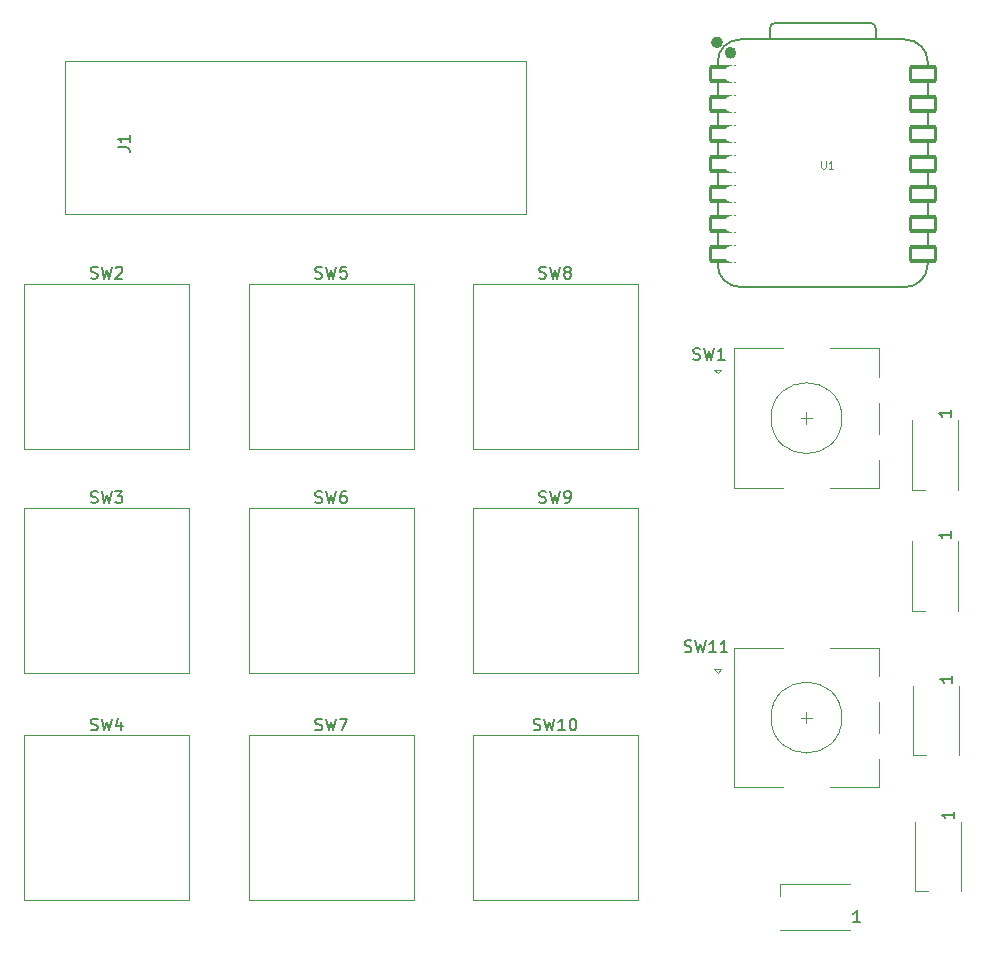
<source format=gbr>
%TF.GenerationSoftware,KiCad,Pcbnew,8.0.6*%
%TF.CreationDate,2026-01-30T19:09:08+01:00*%
%TF.ProjectId,keyboard,6b657962-6f61-4726-942e-6b696361645f,rev?*%
%TF.SameCoordinates,Original*%
%TF.FileFunction,Legend,Top*%
%TF.FilePolarity,Positive*%
%FSLAX46Y46*%
G04 Gerber Fmt 4.6, Leading zero omitted, Abs format (unit mm)*
G04 Created by KiCad (PCBNEW 8.0.6) date 2026-01-30 19:09:08*
%MOMM*%
%LPD*%
G01*
G04 APERTURE LIST*
G04 Aperture macros list*
%AMRoundRect*
0 Rectangle with rounded corners*
0 $1 Rounding radius*
0 $2 $3 $4 $5 $6 $7 $8 $9 X,Y pos of 4 corners*
0 Add a 4 corners polygon primitive as box body*
4,1,4,$2,$3,$4,$5,$6,$7,$8,$9,$2,$3,0*
0 Add four circle primitives for the rounded corners*
1,1,$1+$1,$2,$3*
1,1,$1+$1,$4,$5*
1,1,$1+$1,$6,$7*
1,1,$1+$1,$8,$9*
0 Add four rect primitives between the rounded corners*
20,1,$1+$1,$2,$3,$4,$5,0*
20,1,$1+$1,$4,$5,$6,$7,0*
20,1,$1+$1,$6,$7,$8,$9,0*
20,1,$1+$1,$8,$9,$2,$3,0*%
G04 Aperture macros list end*
%ADD10C,0.150000*%
%ADD11C,0.101600*%
%ADD12C,0.100000*%
%ADD13C,0.127000*%
%ADD14C,0.504000*%
%ADD15C,0.120000*%
%ADD16O,1.700000X1.700000*%
%ADD17R,1.700000X1.700000*%
%ADD18RoundRect,0.152400X1.063600X0.609600X-1.063600X0.609600X-1.063600X-0.609600X1.063600X-0.609600X0*%
%ADD19C,1.524000*%
%ADD20RoundRect,0.152400X-1.063600X-0.609600X1.063600X-0.609600X1.063600X0.609600X-1.063600X0.609600X0*%
%ADD21R,2.000000X2.000000*%
%ADD22C,2.000000*%
%ADD23R,3.200000X2.000000*%
%ADD24C,1.700000*%
%ADD25C,4.000000*%
%ADD26C,2.200000*%
%ADD27R,1.600000X0.850000*%
%ADD28R,0.850000X1.600000*%
%ADD29R,1.600000X1.600000*%
%ADD30O,1.600000X1.600000*%
G04 APERTURE END LIST*
D10*
X130454819Y-33713333D02*
X131169104Y-33713333D01*
X131169104Y-33713333D02*
X131311961Y-33760952D01*
X131311961Y-33760952D02*
X131407200Y-33856190D01*
X131407200Y-33856190D02*
X131454819Y-33999047D01*
X131454819Y-33999047D02*
X131454819Y-34094285D01*
X131454819Y-32713333D02*
X131454819Y-33284761D01*
X131454819Y-32999047D02*
X130454819Y-32999047D01*
X130454819Y-32999047D02*
X130597676Y-33094285D01*
X130597676Y-33094285D02*
X130692914Y-33189523D01*
X130692914Y-33189523D02*
X130740533Y-33284761D01*
D11*
X190016190Y-34903479D02*
X190016190Y-35417526D01*
X190016190Y-35417526D02*
X190046428Y-35478002D01*
X190046428Y-35478002D02*
X190076666Y-35508241D01*
X190076666Y-35508241D02*
X190137142Y-35538479D01*
X190137142Y-35538479D02*
X190258095Y-35538479D01*
X190258095Y-35538479D02*
X190318571Y-35508241D01*
X190318571Y-35508241D02*
X190348809Y-35478002D01*
X190348809Y-35478002D02*
X190379047Y-35417526D01*
X190379047Y-35417526D02*
X190379047Y-34903479D01*
X191014047Y-35538479D02*
X190651190Y-35538479D01*
X190832618Y-35538479D02*
X190832618Y-34903479D01*
X190832618Y-34903479D02*
X190772142Y-34994193D01*
X190772142Y-34994193D02*
X190711666Y-35054669D01*
X190711666Y-35054669D02*
X190651190Y-35084907D01*
D10*
X178440476Y-76407200D02*
X178583333Y-76454819D01*
X178583333Y-76454819D02*
X178821428Y-76454819D01*
X178821428Y-76454819D02*
X178916666Y-76407200D01*
X178916666Y-76407200D02*
X178964285Y-76359580D01*
X178964285Y-76359580D02*
X179011904Y-76264342D01*
X179011904Y-76264342D02*
X179011904Y-76169104D01*
X179011904Y-76169104D02*
X178964285Y-76073866D01*
X178964285Y-76073866D02*
X178916666Y-76026247D01*
X178916666Y-76026247D02*
X178821428Y-75978628D01*
X178821428Y-75978628D02*
X178630952Y-75931009D01*
X178630952Y-75931009D02*
X178535714Y-75883390D01*
X178535714Y-75883390D02*
X178488095Y-75835771D01*
X178488095Y-75835771D02*
X178440476Y-75740533D01*
X178440476Y-75740533D02*
X178440476Y-75645295D01*
X178440476Y-75645295D02*
X178488095Y-75550057D01*
X178488095Y-75550057D02*
X178535714Y-75502438D01*
X178535714Y-75502438D02*
X178630952Y-75454819D01*
X178630952Y-75454819D02*
X178869047Y-75454819D01*
X178869047Y-75454819D02*
X179011904Y-75502438D01*
X179345238Y-75454819D02*
X179583333Y-76454819D01*
X179583333Y-76454819D02*
X179773809Y-75740533D01*
X179773809Y-75740533D02*
X179964285Y-76454819D01*
X179964285Y-76454819D02*
X180202381Y-75454819D01*
X181107142Y-76454819D02*
X180535714Y-76454819D01*
X180821428Y-76454819D02*
X180821428Y-75454819D01*
X180821428Y-75454819D02*
X180726190Y-75597676D01*
X180726190Y-75597676D02*
X180630952Y-75692914D01*
X180630952Y-75692914D02*
X180535714Y-75740533D01*
X182059523Y-76454819D02*
X181488095Y-76454819D01*
X181773809Y-76454819D02*
X181773809Y-75454819D01*
X181773809Y-75454819D02*
X181678571Y-75597676D01*
X181678571Y-75597676D02*
X181583333Y-75692914D01*
X181583333Y-75692914D02*
X181488095Y-75740533D01*
X165650476Y-83033200D02*
X165793333Y-83080819D01*
X165793333Y-83080819D02*
X166031428Y-83080819D01*
X166031428Y-83080819D02*
X166126666Y-83033200D01*
X166126666Y-83033200D02*
X166174285Y-82985580D01*
X166174285Y-82985580D02*
X166221904Y-82890342D01*
X166221904Y-82890342D02*
X166221904Y-82795104D01*
X166221904Y-82795104D02*
X166174285Y-82699866D01*
X166174285Y-82699866D02*
X166126666Y-82652247D01*
X166126666Y-82652247D02*
X166031428Y-82604628D01*
X166031428Y-82604628D02*
X165840952Y-82557009D01*
X165840952Y-82557009D02*
X165745714Y-82509390D01*
X165745714Y-82509390D02*
X165698095Y-82461771D01*
X165698095Y-82461771D02*
X165650476Y-82366533D01*
X165650476Y-82366533D02*
X165650476Y-82271295D01*
X165650476Y-82271295D02*
X165698095Y-82176057D01*
X165698095Y-82176057D02*
X165745714Y-82128438D01*
X165745714Y-82128438D02*
X165840952Y-82080819D01*
X165840952Y-82080819D02*
X166079047Y-82080819D01*
X166079047Y-82080819D02*
X166221904Y-82128438D01*
X166555238Y-82080819D02*
X166793333Y-83080819D01*
X166793333Y-83080819D02*
X166983809Y-82366533D01*
X166983809Y-82366533D02*
X167174285Y-83080819D01*
X167174285Y-83080819D02*
X167412381Y-82080819D01*
X168317142Y-83080819D02*
X167745714Y-83080819D01*
X168031428Y-83080819D02*
X168031428Y-82080819D01*
X168031428Y-82080819D02*
X167936190Y-82223676D01*
X167936190Y-82223676D02*
X167840952Y-82318914D01*
X167840952Y-82318914D02*
X167745714Y-82366533D01*
X168936190Y-82080819D02*
X169031428Y-82080819D01*
X169031428Y-82080819D02*
X169126666Y-82128438D01*
X169126666Y-82128438D02*
X169174285Y-82176057D01*
X169174285Y-82176057D02*
X169221904Y-82271295D01*
X169221904Y-82271295D02*
X169269523Y-82461771D01*
X169269523Y-82461771D02*
X169269523Y-82699866D01*
X169269523Y-82699866D02*
X169221904Y-82890342D01*
X169221904Y-82890342D02*
X169174285Y-82985580D01*
X169174285Y-82985580D02*
X169126666Y-83033200D01*
X169126666Y-83033200D02*
X169031428Y-83080819D01*
X169031428Y-83080819D02*
X168936190Y-83080819D01*
X168936190Y-83080819D02*
X168840952Y-83033200D01*
X168840952Y-83033200D02*
X168793333Y-82985580D01*
X168793333Y-82985580D02*
X168745714Y-82890342D01*
X168745714Y-82890342D02*
X168698095Y-82699866D01*
X168698095Y-82699866D02*
X168698095Y-82461771D01*
X168698095Y-82461771D02*
X168745714Y-82271295D01*
X168745714Y-82271295D02*
X168793333Y-82176057D01*
X168793333Y-82176057D02*
X168840952Y-82128438D01*
X168840952Y-82128438D02*
X168936190Y-82080819D01*
X166126667Y-63783200D02*
X166269524Y-63830819D01*
X166269524Y-63830819D02*
X166507619Y-63830819D01*
X166507619Y-63830819D02*
X166602857Y-63783200D01*
X166602857Y-63783200D02*
X166650476Y-63735580D01*
X166650476Y-63735580D02*
X166698095Y-63640342D01*
X166698095Y-63640342D02*
X166698095Y-63545104D01*
X166698095Y-63545104D02*
X166650476Y-63449866D01*
X166650476Y-63449866D02*
X166602857Y-63402247D01*
X166602857Y-63402247D02*
X166507619Y-63354628D01*
X166507619Y-63354628D02*
X166317143Y-63307009D01*
X166317143Y-63307009D02*
X166221905Y-63259390D01*
X166221905Y-63259390D02*
X166174286Y-63211771D01*
X166174286Y-63211771D02*
X166126667Y-63116533D01*
X166126667Y-63116533D02*
X166126667Y-63021295D01*
X166126667Y-63021295D02*
X166174286Y-62926057D01*
X166174286Y-62926057D02*
X166221905Y-62878438D01*
X166221905Y-62878438D02*
X166317143Y-62830819D01*
X166317143Y-62830819D02*
X166555238Y-62830819D01*
X166555238Y-62830819D02*
X166698095Y-62878438D01*
X167031429Y-62830819D02*
X167269524Y-63830819D01*
X167269524Y-63830819D02*
X167460000Y-63116533D01*
X167460000Y-63116533D02*
X167650476Y-63830819D01*
X167650476Y-63830819D02*
X167888572Y-62830819D01*
X168317143Y-63830819D02*
X168507619Y-63830819D01*
X168507619Y-63830819D02*
X168602857Y-63783200D01*
X168602857Y-63783200D02*
X168650476Y-63735580D01*
X168650476Y-63735580D02*
X168745714Y-63592723D01*
X168745714Y-63592723D02*
X168793333Y-63402247D01*
X168793333Y-63402247D02*
X168793333Y-63021295D01*
X168793333Y-63021295D02*
X168745714Y-62926057D01*
X168745714Y-62926057D02*
X168698095Y-62878438D01*
X168698095Y-62878438D02*
X168602857Y-62830819D01*
X168602857Y-62830819D02*
X168412381Y-62830819D01*
X168412381Y-62830819D02*
X168317143Y-62878438D01*
X168317143Y-62878438D02*
X168269524Y-62926057D01*
X168269524Y-62926057D02*
X168221905Y-63021295D01*
X168221905Y-63021295D02*
X168221905Y-63259390D01*
X168221905Y-63259390D02*
X168269524Y-63354628D01*
X168269524Y-63354628D02*
X168317143Y-63402247D01*
X168317143Y-63402247D02*
X168412381Y-63449866D01*
X168412381Y-63449866D02*
X168602857Y-63449866D01*
X168602857Y-63449866D02*
X168698095Y-63402247D01*
X168698095Y-63402247D02*
X168745714Y-63354628D01*
X168745714Y-63354628D02*
X168793333Y-63259390D01*
X166126667Y-44783200D02*
X166269524Y-44830819D01*
X166269524Y-44830819D02*
X166507619Y-44830819D01*
X166507619Y-44830819D02*
X166602857Y-44783200D01*
X166602857Y-44783200D02*
X166650476Y-44735580D01*
X166650476Y-44735580D02*
X166698095Y-44640342D01*
X166698095Y-44640342D02*
X166698095Y-44545104D01*
X166698095Y-44545104D02*
X166650476Y-44449866D01*
X166650476Y-44449866D02*
X166602857Y-44402247D01*
X166602857Y-44402247D02*
X166507619Y-44354628D01*
X166507619Y-44354628D02*
X166317143Y-44307009D01*
X166317143Y-44307009D02*
X166221905Y-44259390D01*
X166221905Y-44259390D02*
X166174286Y-44211771D01*
X166174286Y-44211771D02*
X166126667Y-44116533D01*
X166126667Y-44116533D02*
X166126667Y-44021295D01*
X166126667Y-44021295D02*
X166174286Y-43926057D01*
X166174286Y-43926057D02*
X166221905Y-43878438D01*
X166221905Y-43878438D02*
X166317143Y-43830819D01*
X166317143Y-43830819D02*
X166555238Y-43830819D01*
X166555238Y-43830819D02*
X166698095Y-43878438D01*
X167031429Y-43830819D02*
X167269524Y-44830819D01*
X167269524Y-44830819D02*
X167460000Y-44116533D01*
X167460000Y-44116533D02*
X167650476Y-44830819D01*
X167650476Y-44830819D02*
X167888572Y-43830819D01*
X168412381Y-44259390D02*
X168317143Y-44211771D01*
X168317143Y-44211771D02*
X168269524Y-44164152D01*
X168269524Y-44164152D02*
X168221905Y-44068914D01*
X168221905Y-44068914D02*
X168221905Y-44021295D01*
X168221905Y-44021295D02*
X168269524Y-43926057D01*
X168269524Y-43926057D02*
X168317143Y-43878438D01*
X168317143Y-43878438D02*
X168412381Y-43830819D01*
X168412381Y-43830819D02*
X168602857Y-43830819D01*
X168602857Y-43830819D02*
X168698095Y-43878438D01*
X168698095Y-43878438D02*
X168745714Y-43926057D01*
X168745714Y-43926057D02*
X168793333Y-44021295D01*
X168793333Y-44021295D02*
X168793333Y-44068914D01*
X168793333Y-44068914D02*
X168745714Y-44164152D01*
X168745714Y-44164152D02*
X168698095Y-44211771D01*
X168698095Y-44211771D02*
X168602857Y-44259390D01*
X168602857Y-44259390D02*
X168412381Y-44259390D01*
X168412381Y-44259390D02*
X168317143Y-44307009D01*
X168317143Y-44307009D02*
X168269524Y-44354628D01*
X168269524Y-44354628D02*
X168221905Y-44449866D01*
X168221905Y-44449866D02*
X168221905Y-44640342D01*
X168221905Y-44640342D02*
X168269524Y-44735580D01*
X168269524Y-44735580D02*
X168317143Y-44783200D01*
X168317143Y-44783200D02*
X168412381Y-44830819D01*
X168412381Y-44830819D02*
X168602857Y-44830819D01*
X168602857Y-44830819D02*
X168698095Y-44783200D01*
X168698095Y-44783200D02*
X168745714Y-44735580D01*
X168745714Y-44735580D02*
X168793333Y-44640342D01*
X168793333Y-44640342D02*
X168793333Y-44449866D01*
X168793333Y-44449866D02*
X168745714Y-44354628D01*
X168745714Y-44354628D02*
X168698095Y-44307009D01*
X168698095Y-44307009D02*
X168602857Y-44259390D01*
X147166667Y-83033200D02*
X147309524Y-83080819D01*
X147309524Y-83080819D02*
X147547619Y-83080819D01*
X147547619Y-83080819D02*
X147642857Y-83033200D01*
X147642857Y-83033200D02*
X147690476Y-82985580D01*
X147690476Y-82985580D02*
X147738095Y-82890342D01*
X147738095Y-82890342D02*
X147738095Y-82795104D01*
X147738095Y-82795104D02*
X147690476Y-82699866D01*
X147690476Y-82699866D02*
X147642857Y-82652247D01*
X147642857Y-82652247D02*
X147547619Y-82604628D01*
X147547619Y-82604628D02*
X147357143Y-82557009D01*
X147357143Y-82557009D02*
X147261905Y-82509390D01*
X147261905Y-82509390D02*
X147214286Y-82461771D01*
X147214286Y-82461771D02*
X147166667Y-82366533D01*
X147166667Y-82366533D02*
X147166667Y-82271295D01*
X147166667Y-82271295D02*
X147214286Y-82176057D01*
X147214286Y-82176057D02*
X147261905Y-82128438D01*
X147261905Y-82128438D02*
X147357143Y-82080819D01*
X147357143Y-82080819D02*
X147595238Y-82080819D01*
X147595238Y-82080819D02*
X147738095Y-82128438D01*
X148071429Y-82080819D02*
X148309524Y-83080819D01*
X148309524Y-83080819D02*
X148500000Y-82366533D01*
X148500000Y-82366533D02*
X148690476Y-83080819D01*
X148690476Y-83080819D02*
X148928572Y-82080819D01*
X149214286Y-82080819D02*
X149880952Y-82080819D01*
X149880952Y-82080819D02*
X149452381Y-83080819D01*
X147166667Y-63783200D02*
X147309524Y-63830819D01*
X147309524Y-63830819D02*
X147547619Y-63830819D01*
X147547619Y-63830819D02*
X147642857Y-63783200D01*
X147642857Y-63783200D02*
X147690476Y-63735580D01*
X147690476Y-63735580D02*
X147738095Y-63640342D01*
X147738095Y-63640342D02*
X147738095Y-63545104D01*
X147738095Y-63545104D02*
X147690476Y-63449866D01*
X147690476Y-63449866D02*
X147642857Y-63402247D01*
X147642857Y-63402247D02*
X147547619Y-63354628D01*
X147547619Y-63354628D02*
X147357143Y-63307009D01*
X147357143Y-63307009D02*
X147261905Y-63259390D01*
X147261905Y-63259390D02*
X147214286Y-63211771D01*
X147214286Y-63211771D02*
X147166667Y-63116533D01*
X147166667Y-63116533D02*
X147166667Y-63021295D01*
X147166667Y-63021295D02*
X147214286Y-62926057D01*
X147214286Y-62926057D02*
X147261905Y-62878438D01*
X147261905Y-62878438D02*
X147357143Y-62830819D01*
X147357143Y-62830819D02*
X147595238Y-62830819D01*
X147595238Y-62830819D02*
X147738095Y-62878438D01*
X148071429Y-62830819D02*
X148309524Y-63830819D01*
X148309524Y-63830819D02*
X148500000Y-63116533D01*
X148500000Y-63116533D02*
X148690476Y-63830819D01*
X148690476Y-63830819D02*
X148928572Y-62830819D01*
X149738095Y-62830819D02*
X149547619Y-62830819D01*
X149547619Y-62830819D02*
X149452381Y-62878438D01*
X149452381Y-62878438D02*
X149404762Y-62926057D01*
X149404762Y-62926057D02*
X149309524Y-63068914D01*
X149309524Y-63068914D02*
X149261905Y-63259390D01*
X149261905Y-63259390D02*
X149261905Y-63640342D01*
X149261905Y-63640342D02*
X149309524Y-63735580D01*
X149309524Y-63735580D02*
X149357143Y-63783200D01*
X149357143Y-63783200D02*
X149452381Y-63830819D01*
X149452381Y-63830819D02*
X149642857Y-63830819D01*
X149642857Y-63830819D02*
X149738095Y-63783200D01*
X149738095Y-63783200D02*
X149785714Y-63735580D01*
X149785714Y-63735580D02*
X149833333Y-63640342D01*
X149833333Y-63640342D02*
X149833333Y-63402247D01*
X149833333Y-63402247D02*
X149785714Y-63307009D01*
X149785714Y-63307009D02*
X149738095Y-63259390D01*
X149738095Y-63259390D02*
X149642857Y-63211771D01*
X149642857Y-63211771D02*
X149452381Y-63211771D01*
X149452381Y-63211771D02*
X149357143Y-63259390D01*
X149357143Y-63259390D02*
X149309524Y-63307009D01*
X149309524Y-63307009D02*
X149261905Y-63402247D01*
X147166667Y-44783200D02*
X147309524Y-44830819D01*
X147309524Y-44830819D02*
X147547619Y-44830819D01*
X147547619Y-44830819D02*
X147642857Y-44783200D01*
X147642857Y-44783200D02*
X147690476Y-44735580D01*
X147690476Y-44735580D02*
X147738095Y-44640342D01*
X147738095Y-44640342D02*
X147738095Y-44545104D01*
X147738095Y-44545104D02*
X147690476Y-44449866D01*
X147690476Y-44449866D02*
X147642857Y-44402247D01*
X147642857Y-44402247D02*
X147547619Y-44354628D01*
X147547619Y-44354628D02*
X147357143Y-44307009D01*
X147357143Y-44307009D02*
X147261905Y-44259390D01*
X147261905Y-44259390D02*
X147214286Y-44211771D01*
X147214286Y-44211771D02*
X147166667Y-44116533D01*
X147166667Y-44116533D02*
X147166667Y-44021295D01*
X147166667Y-44021295D02*
X147214286Y-43926057D01*
X147214286Y-43926057D02*
X147261905Y-43878438D01*
X147261905Y-43878438D02*
X147357143Y-43830819D01*
X147357143Y-43830819D02*
X147595238Y-43830819D01*
X147595238Y-43830819D02*
X147738095Y-43878438D01*
X148071429Y-43830819D02*
X148309524Y-44830819D01*
X148309524Y-44830819D02*
X148500000Y-44116533D01*
X148500000Y-44116533D02*
X148690476Y-44830819D01*
X148690476Y-44830819D02*
X148928572Y-43830819D01*
X149785714Y-43830819D02*
X149309524Y-43830819D01*
X149309524Y-43830819D02*
X149261905Y-44307009D01*
X149261905Y-44307009D02*
X149309524Y-44259390D01*
X149309524Y-44259390D02*
X149404762Y-44211771D01*
X149404762Y-44211771D02*
X149642857Y-44211771D01*
X149642857Y-44211771D02*
X149738095Y-44259390D01*
X149738095Y-44259390D02*
X149785714Y-44307009D01*
X149785714Y-44307009D02*
X149833333Y-44402247D01*
X149833333Y-44402247D02*
X149833333Y-44640342D01*
X149833333Y-44640342D02*
X149785714Y-44735580D01*
X149785714Y-44735580D02*
X149738095Y-44783200D01*
X149738095Y-44783200D02*
X149642857Y-44830819D01*
X149642857Y-44830819D02*
X149404762Y-44830819D01*
X149404762Y-44830819D02*
X149309524Y-44783200D01*
X149309524Y-44783200D02*
X149261905Y-44735580D01*
X128166667Y-83033200D02*
X128309524Y-83080819D01*
X128309524Y-83080819D02*
X128547619Y-83080819D01*
X128547619Y-83080819D02*
X128642857Y-83033200D01*
X128642857Y-83033200D02*
X128690476Y-82985580D01*
X128690476Y-82985580D02*
X128738095Y-82890342D01*
X128738095Y-82890342D02*
X128738095Y-82795104D01*
X128738095Y-82795104D02*
X128690476Y-82699866D01*
X128690476Y-82699866D02*
X128642857Y-82652247D01*
X128642857Y-82652247D02*
X128547619Y-82604628D01*
X128547619Y-82604628D02*
X128357143Y-82557009D01*
X128357143Y-82557009D02*
X128261905Y-82509390D01*
X128261905Y-82509390D02*
X128214286Y-82461771D01*
X128214286Y-82461771D02*
X128166667Y-82366533D01*
X128166667Y-82366533D02*
X128166667Y-82271295D01*
X128166667Y-82271295D02*
X128214286Y-82176057D01*
X128214286Y-82176057D02*
X128261905Y-82128438D01*
X128261905Y-82128438D02*
X128357143Y-82080819D01*
X128357143Y-82080819D02*
X128595238Y-82080819D01*
X128595238Y-82080819D02*
X128738095Y-82128438D01*
X129071429Y-82080819D02*
X129309524Y-83080819D01*
X129309524Y-83080819D02*
X129500000Y-82366533D01*
X129500000Y-82366533D02*
X129690476Y-83080819D01*
X129690476Y-83080819D02*
X129928572Y-82080819D01*
X130738095Y-82414152D02*
X130738095Y-83080819D01*
X130500000Y-82033200D02*
X130261905Y-82747485D01*
X130261905Y-82747485D02*
X130880952Y-82747485D01*
X128166667Y-63783200D02*
X128309524Y-63830819D01*
X128309524Y-63830819D02*
X128547619Y-63830819D01*
X128547619Y-63830819D02*
X128642857Y-63783200D01*
X128642857Y-63783200D02*
X128690476Y-63735580D01*
X128690476Y-63735580D02*
X128738095Y-63640342D01*
X128738095Y-63640342D02*
X128738095Y-63545104D01*
X128738095Y-63545104D02*
X128690476Y-63449866D01*
X128690476Y-63449866D02*
X128642857Y-63402247D01*
X128642857Y-63402247D02*
X128547619Y-63354628D01*
X128547619Y-63354628D02*
X128357143Y-63307009D01*
X128357143Y-63307009D02*
X128261905Y-63259390D01*
X128261905Y-63259390D02*
X128214286Y-63211771D01*
X128214286Y-63211771D02*
X128166667Y-63116533D01*
X128166667Y-63116533D02*
X128166667Y-63021295D01*
X128166667Y-63021295D02*
X128214286Y-62926057D01*
X128214286Y-62926057D02*
X128261905Y-62878438D01*
X128261905Y-62878438D02*
X128357143Y-62830819D01*
X128357143Y-62830819D02*
X128595238Y-62830819D01*
X128595238Y-62830819D02*
X128738095Y-62878438D01*
X129071429Y-62830819D02*
X129309524Y-63830819D01*
X129309524Y-63830819D02*
X129500000Y-63116533D01*
X129500000Y-63116533D02*
X129690476Y-63830819D01*
X129690476Y-63830819D02*
X129928572Y-62830819D01*
X130214286Y-62830819D02*
X130833333Y-62830819D01*
X130833333Y-62830819D02*
X130500000Y-63211771D01*
X130500000Y-63211771D02*
X130642857Y-63211771D01*
X130642857Y-63211771D02*
X130738095Y-63259390D01*
X130738095Y-63259390D02*
X130785714Y-63307009D01*
X130785714Y-63307009D02*
X130833333Y-63402247D01*
X130833333Y-63402247D02*
X130833333Y-63640342D01*
X130833333Y-63640342D02*
X130785714Y-63735580D01*
X130785714Y-63735580D02*
X130738095Y-63783200D01*
X130738095Y-63783200D02*
X130642857Y-63830819D01*
X130642857Y-63830819D02*
X130357143Y-63830819D01*
X130357143Y-63830819D02*
X130261905Y-63783200D01*
X130261905Y-63783200D02*
X130214286Y-63735580D01*
X128166667Y-44783200D02*
X128309524Y-44830819D01*
X128309524Y-44830819D02*
X128547619Y-44830819D01*
X128547619Y-44830819D02*
X128642857Y-44783200D01*
X128642857Y-44783200D02*
X128690476Y-44735580D01*
X128690476Y-44735580D02*
X128738095Y-44640342D01*
X128738095Y-44640342D02*
X128738095Y-44545104D01*
X128738095Y-44545104D02*
X128690476Y-44449866D01*
X128690476Y-44449866D02*
X128642857Y-44402247D01*
X128642857Y-44402247D02*
X128547619Y-44354628D01*
X128547619Y-44354628D02*
X128357143Y-44307009D01*
X128357143Y-44307009D02*
X128261905Y-44259390D01*
X128261905Y-44259390D02*
X128214286Y-44211771D01*
X128214286Y-44211771D02*
X128166667Y-44116533D01*
X128166667Y-44116533D02*
X128166667Y-44021295D01*
X128166667Y-44021295D02*
X128214286Y-43926057D01*
X128214286Y-43926057D02*
X128261905Y-43878438D01*
X128261905Y-43878438D02*
X128357143Y-43830819D01*
X128357143Y-43830819D02*
X128595238Y-43830819D01*
X128595238Y-43830819D02*
X128738095Y-43878438D01*
X129071429Y-43830819D02*
X129309524Y-44830819D01*
X129309524Y-44830819D02*
X129500000Y-44116533D01*
X129500000Y-44116533D02*
X129690476Y-44830819D01*
X129690476Y-44830819D02*
X129928572Y-43830819D01*
X130261905Y-43926057D02*
X130309524Y-43878438D01*
X130309524Y-43878438D02*
X130404762Y-43830819D01*
X130404762Y-43830819D02*
X130642857Y-43830819D01*
X130642857Y-43830819D02*
X130738095Y-43878438D01*
X130738095Y-43878438D02*
X130785714Y-43926057D01*
X130785714Y-43926057D02*
X130833333Y-44021295D01*
X130833333Y-44021295D02*
X130833333Y-44116533D01*
X130833333Y-44116533D02*
X130785714Y-44259390D01*
X130785714Y-44259390D02*
X130214286Y-44830819D01*
X130214286Y-44830819D02*
X130833333Y-44830819D01*
X179166667Y-51657200D02*
X179309524Y-51704819D01*
X179309524Y-51704819D02*
X179547619Y-51704819D01*
X179547619Y-51704819D02*
X179642857Y-51657200D01*
X179642857Y-51657200D02*
X179690476Y-51609580D01*
X179690476Y-51609580D02*
X179738095Y-51514342D01*
X179738095Y-51514342D02*
X179738095Y-51419104D01*
X179738095Y-51419104D02*
X179690476Y-51323866D01*
X179690476Y-51323866D02*
X179642857Y-51276247D01*
X179642857Y-51276247D02*
X179547619Y-51228628D01*
X179547619Y-51228628D02*
X179357143Y-51181009D01*
X179357143Y-51181009D02*
X179261905Y-51133390D01*
X179261905Y-51133390D02*
X179214286Y-51085771D01*
X179214286Y-51085771D02*
X179166667Y-50990533D01*
X179166667Y-50990533D02*
X179166667Y-50895295D01*
X179166667Y-50895295D02*
X179214286Y-50800057D01*
X179214286Y-50800057D02*
X179261905Y-50752438D01*
X179261905Y-50752438D02*
X179357143Y-50704819D01*
X179357143Y-50704819D02*
X179595238Y-50704819D01*
X179595238Y-50704819D02*
X179738095Y-50752438D01*
X180071429Y-50704819D02*
X180309524Y-51704819D01*
X180309524Y-51704819D02*
X180500000Y-50990533D01*
X180500000Y-50990533D02*
X180690476Y-51704819D01*
X180690476Y-51704819D02*
X180928572Y-50704819D01*
X181833333Y-51704819D02*
X181261905Y-51704819D01*
X181547619Y-51704819D02*
X181547619Y-50704819D01*
X181547619Y-50704819D02*
X181452381Y-50847676D01*
X181452381Y-50847676D02*
X181357143Y-50942914D01*
X181357143Y-50942914D02*
X181261905Y-50990533D01*
X193285714Y-99329819D02*
X192714286Y-99329819D01*
X193000000Y-99329819D02*
X193000000Y-98329819D01*
X193000000Y-98329819D02*
X192904762Y-98472676D01*
X192904762Y-98472676D02*
X192809524Y-98567914D01*
X192809524Y-98567914D02*
X192714286Y-98615533D01*
X201204819Y-89964285D02*
X201204819Y-90535713D01*
X201204819Y-90249999D02*
X200204819Y-90249999D01*
X200204819Y-90249999D02*
X200347676Y-90345237D01*
X200347676Y-90345237D02*
X200442914Y-90440475D01*
X200442914Y-90440475D02*
X200490533Y-90535713D01*
X201079819Y-78464285D02*
X201079819Y-79035713D01*
X201079819Y-78749999D02*
X200079819Y-78749999D01*
X200079819Y-78749999D02*
X200222676Y-78845237D01*
X200222676Y-78845237D02*
X200317914Y-78940475D01*
X200317914Y-78940475D02*
X200365533Y-79035713D01*
X200954819Y-66214285D02*
X200954819Y-66785713D01*
X200954819Y-66499999D02*
X199954819Y-66499999D01*
X199954819Y-66499999D02*
X200097676Y-66595237D01*
X200097676Y-66595237D02*
X200192914Y-66690475D01*
X200192914Y-66690475D02*
X200240533Y-66785713D01*
X200954819Y-55964285D02*
X200954819Y-56535713D01*
X200954819Y-56249999D02*
X199954819Y-56249999D01*
X199954819Y-56249999D02*
X200097676Y-56345237D01*
X200097676Y-56345237D02*
X200192914Y-56440475D01*
X200192914Y-56440475D02*
X200240533Y-56535713D01*
%TO.C,J1*%
D12*
X126000000Y-26380000D02*
X165000000Y-26380000D01*
X165000000Y-39380000D01*
X126000000Y-39380000D01*
X126000000Y-26380000D01*
D13*
%TO.C,U1*%
X181230000Y-43639000D02*
X181230000Y-26494000D01*
X183135000Y-45544000D02*
X197105000Y-45544000D01*
X185625000Y-24589000D02*
X185628728Y-23678728D01*
X186128728Y-23179000D02*
X194124000Y-23179000D01*
X194624000Y-23679000D02*
X194624000Y-24589000D01*
D12*
X197105000Y-24589000D02*
X183135000Y-24589000D01*
D13*
X197105000Y-24589000D02*
X183135000Y-24589000D01*
X199010000Y-43639000D02*
X199010000Y-26494000D01*
X181230000Y-26494000D02*
G75*
G02*
X183135000Y-24589000I1905001J-1D01*
G01*
X183135000Y-45544000D02*
G75*
G02*
X181230000Y-43639000I1J1905001D01*
G01*
X185628728Y-23678728D02*
G75*
G02*
X186128728Y-23179001I500018J-291D01*
G01*
X194124000Y-23179000D02*
G75*
G02*
X194624000Y-23679000I0J-500000D01*
G01*
X197105000Y-24589000D02*
G75*
G02*
X199010000Y-26494000I0J-1905000D01*
G01*
X199010000Y-43639000D02*
G75*
G02*
X197105000Y-45544000I-1905000J0D01*
G01*
D14*
X181422000Y-24830000D02*
G75*
G02*
X180918000Y-24830000I-252000J0D01*
G01*
X180918000Y-24830000D02*
G75*
G02*
X181422000Y-24830000I252000J0D01*
G01*
X182565000Y-25710000D02*
G75*
G02*
X182061000Y-25710000I-252000J0D01*
G01*
X182061000Y-25710000D02*
G75*
G02*
X182565000Y-25710000I252000J0D01*
G01*
D15*
%TO.C,SW11*%
X180950000Y-77900000D02*
X181550000Y-77900000D01*
X181250000Y-78200000D02*
X180950000Y-77900000D01*
X181550000Y-77900000D02*
X181250000Y-78200000D01*
X182650000Y-76100000D02*
X182650000Y-87900000D01*
X186750000Y-76100000D02*
X182650000Y-76100000D01*
X186750000Y-87900000D02*
X182650000Y-87900000D01*
X188250000Y-82000000D02*
X189250000Y-82000000D01*
X188750000Y-81500000D02*
X188750000Y-82500000D01*
X190750000Y-76100000D02*
X194850000Y-76100000D01*
X194850000Y-76100000D02*
X194850000Y-78500000D01*
X194850000Y-80700000D02*
X194850000Y-83300000D01*
X194850000Y-85500000D02*
X194850000Y-87900000D01*
X194850000Y-87900000D02*
X190750000Y-87900000D01*
X191750000Y-82000000D02*
G75*
G02*
X185750000Y-82000000I-3000000J0D01*
G01*
X185750000Y-82000000D02*
G75*
G02*
X191750000Y-82000000I3000000J0D01*
G01*
%TO.C,SW10*%
X160475000Y-83515000D02*
X174445000Y-83515000D01*
X160475000Y-97485000D02*
X160475000Y-83515000D01*
X174445000Y-83515000D02*
X174445000Y-97485000D01*
X174445000Y-97485000D02*
X160475000Y-97485000D01*
%TO.C,SW9*%
X160475000Y-64265000D02*
X174445000Y-64265000D01*
X160475000Y-78235000D02*
X160475000Y-64265000D01*
X174445000Y-64265000D02*
X174445000Y-78235000D01*
X174445000Y-78235000D02*
X160475000Y-78235000D01*
%TO.C,SW8*%
X160475000Y-45265000D02*
X174445000Y-45265000D01*
X160475000Y-59235000D02*
X160475000Y-45265000D01*
X174445000Y-45265000D02*
X174445000Y-59235000D01*
X174445000Y-59235000D02*
X160475000Y-59235000D01*
%TO.C,SW7*%
X141515000Y-83515000D02*
X155485000Y-83515000D01*
X141515000Y-97485000D02*
X141515000Y-83515000D01*
X155485000Y-83515000D02*
X155485000Y-97485000D01*
X155485000Y-97485000D02*
X141515000Y-97485000D01*
%TO.C,SW6*%
X141515000Y-64265000D02*
X155485000Y-64265000D01*
X141515000Y-78235000D02*
X141515000Y-64265000D01*
X155485000Y-64265000D02*
X155485000Y-78235000D01*
X155485000Y-78235000D02*
X141515000Y-78235000D01*
%TO.C,SW5*%
X141515000Y-45265000D02*
X155485000Y-45265000D01*
X141515000Y-59235000D02*
X141515000Y-45265000D01*
X155485000Y-45265000D02*
X155485000Y-59235000D01*
X155485000Y-59235000D02*
X141515000Y-59235000D01*
%TO.C,SW4*%
X122515000Y-83515000D02*
X136485000Y-83515000D01*
X122515000Y-97485000D02*
X122515000Y-83515000D01*
X136485000Y-83515000D02*
X136485000Y-97485000D01*
X136485000Y-97485000D02*
X122515000Y-97485000D01*
%TO.C,SW3*%
X122515000Y-64265000D02*
X136485000Y-64265000D01*
X122515000Y-78235000D02*
X122515000Y-64265000D01*
X136485000Y-64265000D02*
X136485000Y-78235000D01*
X136485000Y-78235000D02*
X122515000Y-78235000D01*
%TO.C,SW2*%
X122515000Y-45265000D02*
X136485000Y-45265000D01*
X122515000Y-59235000D02*
X122515000Y-45265000D01*
X136485000Y-45265000D02*
X136485000Y-59235000D01*
X136485000Y-59235000D02*
X122515000Y-59235000D01*
%TO.C,SW1*%
X191750000Y-56650000D02*
G75*
G02*
X185750000Y-56650000I-3000000J0D01*
G01*
X185750000Y-56650000D02*
G75*
G02*
X191750000Y-56650000I3000000J0D01*
G01*
X194850000Y-62550000D02*
X190750000Y-62550000D01*
X194850000Y-60150000D02*
X194850000Y-62550000D01*
X194850000Y-55350000D02*
X194850000Y-57950000D01*
X194850000Y-50750000D02*
X194850000Y-53150000D01*
X190750000Y-50750000D02*
X194850000Y-50750000D01*
X188750000Y-56150000D02*
X188750000Y-57150000D01*
X188250000Y-56650000D02*
X189250000Y-56650000D01*
X186750000Y-62550000D02*
X182650000Y-62550000D01*
X186750000Y-50750000D02*
X182650000Y-50750000D01*
X182650000Y-50750000D02*
X182650000Y-62550000D01*
X181550000Y-52550000D02*
X181250000Y-52850000D01*
X181250000Y-52850000D02*
X180950000Y-52550000D01*
X180950000Y-52550000D02*
X181550000Y-52550000D01*
%TO.C,D20*%
X192450000Y-99950000D02*
X186550000Y-99950000D01*
X192450000Y-96050000D02*
X186550000Y-96050000D01*
X186550000Y-96050000D02*
X186550000Y-97125000D01*
%TO.C,D19*%
X201825000Y-90800000D02*
X201825000Y-96700000D01*
X197925000Y-90800000D02*
X197925000Y-96700000D01*
X197925000Y-96700000D02*
X199000000Y-96700000D01*
%TO.C,D18*%
X201700000Y-79300000D02*
X201700000Y-85200000D01*
X197800000Y-79300000D02*
X197800000Y-85200000D01*
X197800000Y-85200000D02*
X198875000Y-85200000D01*
%TO.C,D17*%
X197675000Y-72950000D02*
X198750000Y-72950000D01*
X197675000Y-67050000D02*
X197675000Y-72950000D01*
X201575000Y-67050000D02*
X201575000Y-72950000D01*
%TO.C,D16*%
X201575000Y-56800000D02*
X201575000Y-62700000D01*
X197675000Y-56800000D02*
X197675000Y-62700000D01*
X197675000Y-62700000D02*
X198750000Y-62700000D01*
%TD*%
%LPC*%
D16*
%TO.C,J1*%
X128000000Y-36500000D03*
X128000000Y-33960000D03*
X128000000Y-31420000D03*
D17*
X128000000Y-28880000D03*
%TD*%
D18*
%TO.C,U1*%
X181665000Y-27510000D03*
D19*
X182500000Y-27510000D03*
D18*
X181665000Y-30050000D03*
D19*
X182500000Y-30050000D03*
D18*
X181665000Y-32590000D03*
D19*
X182500000Y-32590000D03*
D18*
X181665000Y-35130000D03*
D19*
X182500000Y-35130000D03*
D18*
X181665000Y-37670000D03*
D19*
X182500000Y-37670000D03*
D18*
X181665000Y-40210000D03*
D19*
X182500000Y-40210000D03*
D18*
X181665000Y-42750000D03*
D19*
X182500000Y-42750000D03*
X197740000Y-42750000D03*
D20*
X198575000Y-42750000D03*
D19*
X197740000Y-40210000D03*
D20*
X198575000Y-40210000D03*
D19*
X197740000Y-37670000D03*
D20*
X198575000Y-37670000D03*
D19*
X197740000Y-35130000D03*
D20*
X198575000Y-35130000D03*
D19*
X197740000Y-32590000D03*
D20*
X198575000Y-32590000D03*
D19*
X197740000Y-30050000D03*
D20*
X198575000Y-30050000D03*
D19*
X197740000Y-27510000D03*
D20*
X198575000Y-27510000D03*
%TD*%
D21*
%TO.C,SW11*%
X181250000Y-79500000D03*
D22*
X181250000Y-84500000D03*
X181250000Y-82000000D03*
D23*
X188750000Y-76400000D03*
X188750000Y-87600000D03*
D22*
X195750000Y-84500000D03*
X195750000Y-79500000D03*
%TD*%
D24*
%TO.C,SW10*%
X162380000Y-90500000D03*
D25*
X167460000Y-90500000D03*
D24*
X172540000Y-90500000D03*
D26*
X170000000Y-85420000D03*
X163650000Y-87960000D03*
%TD*%
D24*
%TO.C,SW9*%
X162380000Y-71250000D03*
D25*
X167460000Y-71250000D03*
D24*
X172540000Y-71250000D03*
D26*
X170000000Y-66170000D03*
X163650000Y-68710000D03*
%TD*%
D24*
%TO.C,SW8*%
X162380000Y-52250000D03*
D25*
X167460000Y-52250000D03*
D24*
X172540000Y-52250000D03*
D26*
X170000000Y-47170000D03*
X163650000Y-49710000D03*
%TD*%
D24*
%TO.C,SW7*%
X143420000Y-90500000D03*
D25*
X148500000Y-90500000D03*
D24*
X153580000Y-90500000D03*
D26*
X151040000Y-85420000D03*
X144690000Y-87960000D03*
%TD*%
D24*
%TO.C,SW6*%
X143420000Y-71250000D03*
D25*
X148500000Y-71250000D03*
D24*
X153580000Y-71250000D03*
D26*
X151040000Y-66170000D03*
X144690000Y-68710000D03*
%TD*%
D24*
%TO.C,SW5*%
X143420000Y-52250000D03*
D25*
X148500000Y-52250000D03*
D24*
X153580000Y-52250000D03*
D26*
X151040000Y-47170000D03*
X144690000Y-49710000D03*
%TD*%
D24*
%TO.C,SW4*%
X124420000Y-90500000D03*
D25*
X129500000Y-90500000D03*
D24*
X134580000Y-90500000D03*
D26*
X132040000Y-85420000D03*
X125690000Y-87960000D03*
%TD*%
D24*
%TO.C,SW3*%
X124420000Y-71250000D03*
D25*
X129500000Y-71250000D03*
D24*
X134580000Y-71250000D03*
D26*
X132040000Y-66170000D03*
X125690000Y-68710000D03*
%TD*%
D24*
%TO.C,SW2*%
X124420000Y-52250000D03*
D25*
X129500000Y-52250000D03*
D24*
X134580000Y-52250000D03*
D26*
X132040000Y-47170000D03*
X125690000Y-49710000D03*
%TD*%
D22*
%TO.C,SW1*%
X195750000Y-54150000D03*
X195750000Y-59150000D03*
D23*
X188750000Y-62250000D03*
X188750000Y-51050000D03*
D22*
X181250000Y-56650000D03*
X181250000Y-59150000D03*
D21*
X181250000Y-54150000D03*
%TD*%
D27*
%TO.C,D20*%
X191250000Y-98875000D03*
X191250000Y-97125000D03*
X187750000Y-97125000D03*
X187750000Y-98875000D03*
%TD*%
D28*
%TO.C,D19*%
X200750000Y-92000000D03*
X199000000Y-92000000D03*
X199000000Y-95500000D03*
X200750000Y-95500000D03*
%TD*%
%TO.C,D18*%
X200625000Y-80500000D03*
X198875000Y-80500000D03*
X198875000Y-84000000D03*
X200625000Y-84000000D03*
%TD*%
%TO.C,D17*%
X200500000Y-71750000D03*
X198750000Y-71750000D03*
X198750000Y-68250000D03*
X200500000Y-68250000D03*
%TD*%
%TO.C,D16*%
X200500000Y-58000000D03*
X198750000Y-58000000D03*
X198750000Y-61500000D03*
X200500000Y-61500000D03*
%TD*%
D29*
%TO.C,D15*%
X185130000Y-73250000D03*
D30*
X192750000Y-73250000D03*
%TD*%
D29*
%TO.C,D14*%
X185630000Y-93250000D03*
D30*
X193250000Y-93250000D03*
%TD*%
D29*
%TO.C,D13*%
X193120000Y-90500000D03*
D30*
X185500000Y-90500000D03*
%TD*%
D29*
%TO.C,D12*%
X199500000Y-47130000D03*
D30*
X199500000Y-54750000D03*
%TD*%
D29*
%TO.C,D11*%
X192631546Y-67971381D03*
D30*
X185011546Y-67971381D03*
%TD*%
D29*
%TO.C,D10*%
X192620000Y-65250000D03*
D30*
X185000000Y-65250000D03*
%TD*%
D29*
%TO.C,D9*%
X133620000Y-57000000D03*
D30*
X126000000Y-57000000D03*
%TD*%
D29*
%TO.C,D8*%
X152250000Y-76000000D03*
D30*
X144630000Y-76000000D03*
%TD*%
D29*
%TO.C,D7*%
X152370000Y-57000000D03*
D30*
X144750000Y-57000000D03*
%TD*%
D29*
%TO.C,D6*%
X171370000Y-57000000D03*
D30*
X163750000Y-57000000D03*
%TD*%
D29*
%TO.C,D5*%
X171250000Y-76000000D03*
D30*
X163630000Y-76000000D03*
%TD*%
D29*
%TO.C,D4*%
X171310000Y-95250000D03*
D30*
X163690000Y-95250000D03*
%TD*%
D29*
%TO.C,D3*%
X152500000Y-95250000D03*
D30*
X144880000Y-95250000D03*
%TD*%
D29*
%TO.C,D2*%
X133620000Y-95250000D03*
D30*
X126000000Y-95250000D03*
%TD*%
D29*
%TO.C,D1*%
X133500000Y-76250000D03*
D30*
X125880000Y-76250000D03*
%TD*%
%LPD*%
M02*

</source>
